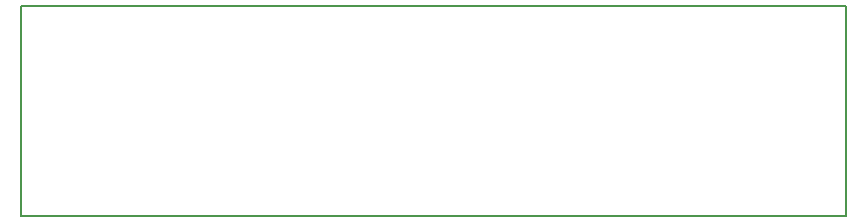
<source format=gm1>
G04*
G04 #@! TF.GenerationSoftware,Altium Limited,Altium Designer,20.0.14 (345)*
G04*
G04 Layer_Color=16711935*
%FSLAX25Y25*%
%MOIN*%
G70*
G01*
G75*
%ADD29C,0.00500*%
D29*
X0Y0D02*
X275000D01*
Y70000D01*
X0D02*
X275000D01*
X0Y0D02*
Y70000D01*
M02*

</source>
